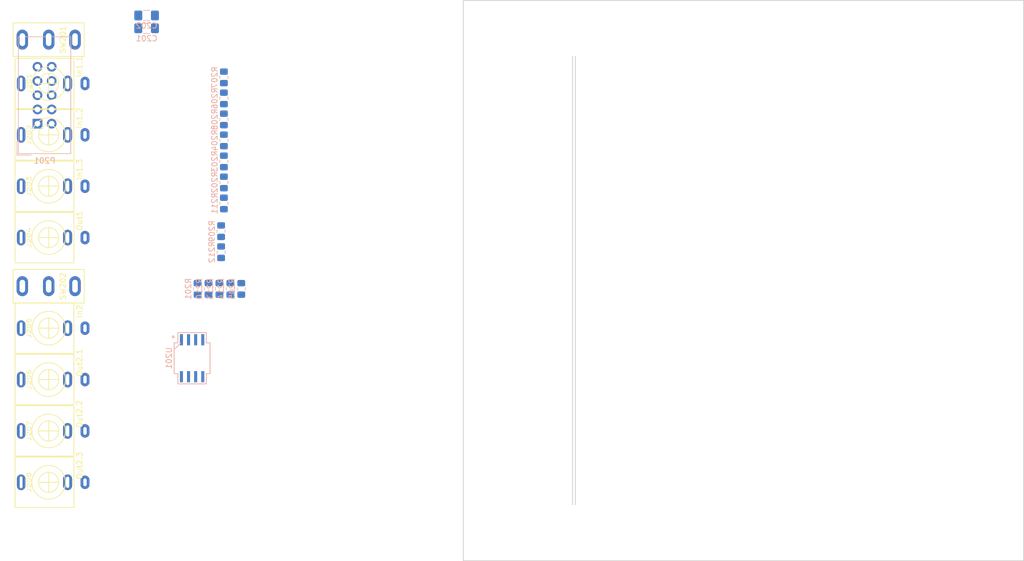
<source format=kicad_pcb>
(kicad_pcb (version 20171130) (host pcbnew "(5.0.2)-1")

  (general
    (thickness 1.6)
    (drawings 6)
    (tracks 0)
    (zones 0)
    (modules 28)
    (nets 22)
  )

  (page A4)
  (layers
    (0 F.Cu signal)
    (31 B.Cu signal)
    (32 B.Adhes user)
    (33 F.Adhes user)
    (34 B.Paste user)
    (35 F.Paste user)
    (36 B.SilkS user)
    (37 F.SilkS user)
    (38 B.Mask user)
    (39 F.Mask user)
    (40 Dwgs.User user)
    (41 Cmts.User user)
    (42 Eco1.User user)
    (43 Eco2.User user)
    (44 Edge.Cuts user)
    (45 Margin user)
    (46 B.CrtYd user)
    (47 F.CrtYd user)
    (48 B.Fab user)
    (49 F.Fab user)
  )

  (setup
    (last_trace_width 0.25)
    (trace_clearance 0.2)
    (zone_clearance 0.508)
    (zone_45_only no)
    (trace_min 0.2)
    (segment_width 0.2)
    (edge_width 0.15)
    (via_size 0.8)
    (via_drill 0.4)
    (via_min_size 0.4)
    (via_min_drill 0.3)
    (uvia_size 0.3)
    (uvia_drill 0.1)
    (uvias_allowed no)
    (uvia_min_size 0.2)
    (uvia_min_drill 0.1)
    (pcb_text_width 0.3)
    (pcb_text_size 1.5 1.5)
    (mod_edge_width 0.15)
    (mod_text_size 1 1)
    (mod_text_width 0.15)
    (pad_size 1.524 1.524)
    (pad_drill 0.762)
    (pad_to_mask_clearance 0.051)
    (solder_mask_min_width 0.25)
    (aux_axis_origin 0 0)
    (visible_elements FFFFFF7F)
    (pcbplotparams
      (layerselection 0x010fc_ffffffff)
      (usegerberextensions false)
      (usegerberattributes false)
      (usegerberadvancedattributes false)
      (creategerberjobfile false)
      (excludeedgelayer true)
      (linewidth 0.100000)
      (plotframeref false)
      (viasonmask false)
      (mode 1)
      (useauxorigin false)
      (hpglpennumber 1)
      (hpglpenspeed 20)
      (hpglpendiameter 15.000000)
      (psnegative false)
      (psa4output false)
      (plotreference true)
      (plotvalue true)
      (plotinvisibletext false)
      (padsonsilk false)
      (subtractmaskfromsilk false)
      (outputformat 1)
      (mirror false)
      (drillshape 1)
      (scaleselection 1)
      (outputdirectory ""))
  )

  (net 0 "")
  (net 1 GND)
  (net 2 Out1)
  (net 3 In1)
  (net 4 Out2)
  (net 5 In2)
  (net 6 "Net-(J201-PadT)")
  (net 7 "Net-(J202-PadT)")
  (net 8 "Net-(J203-PadT)")
  (net 9 "Net-(J204-PadT)")
  (net 10 "Net-(J205-PadT)")
  (net 11 "Net-(J206-PadT)")
  (net 12 "Net-(J207-PadT)")
  (net 13 "Net-(J208-PadT)")
  (net 14 "Net-(R201-Pad1)")
  (net 15 "Net-(R206-Pad2)")
  (net 16 "Net-(R208-Pad1)")
  (net 17 "Net-(R212-Pad2)")
  (net 18 "Net-(P201-Pad4)")
  (net 19 "Net-(C202-Pad2)")
  (net 20 "Net-(C201-Pad2)")
  (net 21 "Net-(C201-Pad1)")

  (net_class Default "This is the default net class."
    (clearance 0.2)
    (trace_width 0.25)
    (via_dia 0.8)
    (via_drill 0.4)
    (uvia_dia 0.3)
    (uvia_drill 0.1)
    (add_net GND)
    (add_net In1)
    (add_net In2)
    (add_net "Net-(C201-Pad1)")
    (add_net "Net-(C201-Pad2)")
    (add_net "Net-(C202-Pad2)")
    (add_net "Net-(J201-PadT)")
    (add_net "Net-(J202-PadT)")
    (add_net "Net-(J203-PadT)")
    (add_net "Net-(J204-PadT)")
    (add_net "Net-(J205-PadT)")
    (add_net "Net-(J206-PadT)")
    (add_net "Net-(J207-PadT)")
    (add_net "Net-(J208-PadT)")
    (add_net "Net-(P201-Pad4)")
    (add_net "Net-(R201-Pad1)")
    (add_net "Net-(R206-Pad2)")
    (add_net "Net-(R208-Pad1)")
    (add_net "Net-(R212-Pad2)")
    (add_net Out1)
    (add_net Out2)
  )

  (module AJ-Dropbox-Kicad:PJ301SM (layer F.Cu) (tedit 5C72DE25) (tstamp 5C89CF46)
    (at 26 64.824999 90)
    (path /5C8C5FC0/5C8C64CB)
    (fp_text reference J201 (at 0 -3.5 90) (layer F.SilkS)
      (effects (font (size 0.75 1) (thickness 0.125)))
    )
    (fp_text value In1.1 (at 3 5.5 90) (layer F.SilkS)
      (effects (font (size 1 1) (thickness 0.15)))
    )
    (fp_line (start 1.8 0) (end -1.8 0) (layer F.SilkS) (width 0.15))
    (fp_line (start 0 -1.8) (end 0 1.8) (layer F.SilkS) (width 0.15))
    (fp_line (start -4.5 4.5) (end 4.5 4.5) (layer F.SilkS) (width 0.15))
    (fp_line (start 4.5 4.5) (end 4.5 -6) (layer F.SilkS) (width 0.15))
    (fp_line (start 4.5 -6) (end -4.5 -6) (layer F.SilkS) (width 0.15))
    (fp_line (start -4.5 -6) (end -4.5 4.5) (layer F.SilkS) (width 0.15))
    (fp_circle (center 0 0) (end 3 0.2) (layer F.SilkS) (width 0.15))
    (fp_circle (center 0 0) (end 1.8 0) (layer F.SilkS) (width 0.15))
    (pad TN thru_hole oval (at 0 3.38 90) (size 2.8 1.6) (drill oval 2 0.6) (layers *.Cu *.Mask)
      (net 1 GND))
    (pad S thru_hole oval (at 0 6.48 90) (size 2.4 1.6) (drill oval 1.4 0.6) (layers *.Cu *.Mask)
      (net 1 GND))
    (pad T thru_hole oval (at 0 -4.92 90) (size 2.8 1.5) (drill oval 2.1 0.5) (layers *.Cu *.Mask)
      (net 6 "Net-(J201-PadT)"))
    (model ${KIPRJMOD}/Local.pretty/PJ398SM.step
      (offset (xyz 0 0 9))
      (scale (xyz 1 1 1))
      (rotate (xyz -90 0 0))
    )
    (model C:/Users/anders/Documents/KiCad/Lib/aj_packages3d/3D/Connectors/PJ398SM.step
      (offset (xyz 0 0 8))
      (scale (xyz 1 1 1))
      (rotate (xyz -90 0 0))
    )
  )

  (module AJ-Dropbox-Kicad:PJ301SM (layer F.Cu) (tedit 5C72DE25) (tstamp 5C89CF55)
    (at 26 73.992856 90)
    (path /5C8C5FC0/5C8C64D2)
    (fp_text reference J202 (at 0 -3.5 90) (layer F.SilkS)
      (effects (font (size 0.75 1) (thickness 0.125)))
    )
    (fp_text value In1.2 (at 3 5.5 90) (layer F.SilkS)
      (effects (font (size 1 1) (thickness 0.15)))
    )
    (fp_line (start 1.8 0) (end -1.8 0) (layer F.SilkS) (width 0.15))
    (fp_line (start 0 -1.8) (end 0 1.8) (layer F.SilkS) (width 0.15))
    (fp_line (start -4.5 4.5) (end 4.5 4.5) (layer F.SilkS) (width 0.15))
    (fp_line (start 4.5 4.5) (end 4.5 -6) (layer F.SilkS) (width 0.15))
    (fp_line (start 4.5 -6) (end -4.5 -6) (layer F.SilkS) (width 0.15))
    (fp_line (start -4.5 -6) (end -4.5 4.5) (layer F.SilkS) (width 0.15))
    (fp_circle (center 0 0) (end 3 0.2) (layer F.SilkS) (width 0.15))
    (fp_circle (center 0 0) (end 1.8 0) (layer F.SilkS) (width 0.15))
    (pad TN thru_hole oval (at 0 3.38 90) (size 2.8 1.6) (drill oval 2 0.6) (layers *.Cu *.Mask)
      (net 1 GND))
    (pad S thru_hole oval (at 0 6.48 90) (size 2.4 1.6) (drill oval 1.4 0.6) (layers *.Cu *.Mask)
      (net 1 GND))
    (pad T thru_hole oval (at 0 -4.92 90) (size 2.8 1.5) (drill oval 2.1 0.5) (layers *.Cu *.Mask)
      (net 7 "Net-(J202-PadT)"))
    (model ${KIPRJMOD}/Local.pretty/PJ398SM.step
      (offset (xyz 0 0 9))
      (scale (xyz 1 1 1))
      (rotate (xyz -90 0 0))
    )
    (model C:/Users/anders/Documents/KiCad/Lib/aj_packages3d/3D/Connectors/PJ398SM.step
      (offset (xyz 0 0 8))
      (scale (xyz 1 1 1))
      (rotate (xyz -90 0 0))
    )
  )

  (module AJ-Dropbox-Kicad:PJ301SM (layer F.Cu) (tedit 5C72DE25) (tstamp 5C89CF64)
    (at 26 83.160713 90)
    (path /5C8C5FC0/5C8C657F)
    (fp_text reference J203 (at 0 -3.5 90) (layer F.SilkS)
      (effects (font (size 0.75 1) (thickness 0.125)))
    )
    (fp_text value In1.3 (at 3 5.5 90) (layer F.SilkS)
      (effects (font (size 1 1) (thickness 0.15)))
    )
    (fp_circle (center 0 0) (end 1.8 0) (layer F.SilkS) (width 0.15))
    (fp_circle (center 0 0) (end 3 0.2) (layer F.SilkS) (width 0.15))
    (fp_line (start -4.5 -6) (end -4.5 4.5) (layer F.SilkS) (width 0.15))
    (fp_line (start 4.5 -6) (end -4.5 -6) (layer F.SilkS) (width 0.15))
    (fp_line (start 4.5 4.5) (end 4.5 -6) (layer F.SilkS) (width 0.15))
    (fp_line (start -4.5 4.5) (end 4.5 4.5) (layer F.SilkS) (width 0.15))
    (fp_line (start 0 -1.8) (end 0 1.8) (layer F.SilkS) (width 0.15))
    (fp_line (start 1.8 0) (end -1.8 0) (layer F.SilkS) (width 0.15))
    (pad T thru_hole oval (at 0 -4.92 90) (size 2.8 1.5) (drill oval 2.1 0.5) (layers *.Cu *.Mask)
      (net 8 "Net-(J203-PadT)"))
    (pad S thru_hole oval (at 0 6.48 90) (size 2.4 1.6) (drill oval 1.4 0.6) (layers *.Cu *.Mask)
      (net 1 GND))
    (pad TN thru_hole oval (at 0 3.38 90) (size 2.8 1.6) (drill oval 2 0.6) (layers *.Cu *.Mask)
      (net 1 GND))
    (model ${KIPRJMOD}/Local.pretty/PJ398SM.step
      (offset (xyz 0 0 9))
      (scale (xyz 1 1 1))
      (rotate (xyz -90 0 0))
    )
    (model C:/Users/anders/Documents/KiCad/Lib/aj_packages3d/3D/Connectors/PJ398SM.step
      (offset (xyz 0 0 8))
      (scale (xyz 1 1 1))
      (rotate (xyz -90 0 0))
    )
  )

  (module AJ-Dropbox-Kicad:PJ301SM (layer F.Cu) (tedit 5C72DE25) (tstamp 5C89CF73)
    (at 26 92.32857 90)
    (path /5C8C5FC0/5C8C64E8)
    (fp_text reference J204 (at 0 -3.5 90) (layer F.SilkS)
      (effects (font (size 0.75 1) (thickness 0.125)))
    )
    (fp_text value Out1 (at 3 5.5 90) (layer F.SilkS)
      (effects (font (size 1 1) (thickness 0.15)))
    )
    (fp_circle (center 0 0) (end 1.8 0) (layer F.SilkS) (width 0.15))
    (fp_circle (center 0 0) (end 3 0.2) (layer F.SilkS) (width 0.15))
    (fp_line (start -4.5 -6) (end -4.5 4.5) (layer F.SilkS) (width 0.15))
    (fp_line (start 4.5 -6) (end -4.5 -6) (layer F.SilkS) (width 0.15))
    (fp_line (start 4.5 4.5) (end 4.5 -6) (layer F.SilkS) (width 0.15))
    (fp_line (start -4.5 4.5) (end 4.5 4.5) (layer F.SilkS) (width 0.15))
    (fp_line (start 0 -1.8) (end 0 1.8) (layer F.SilkS) (width 0.15))
    (fp_line (start 1.8 0) (end -1.8 0) (layer F.SilkS) (width 0.15))
    (pad T thru_hole oval (at 0 -4.92 90) (size 2.8 1.5) (drill oval 2.1 0.5) (layers *.Cu *.Mask)
      (net 9 "Net-(J204-PadT)"))
    (pad S thru_hole oval (at 0 6.48 90) (size 2.4 1.6) (drill oval 1.4 0.6) (layers *.Cu *.Mask)
      (net 1 GND))
    (pad TN thru_hole oval (at 0 3.38 90) (size 2.8 1.6) (drill oval 2 0.6) (layers *.Cu *.Mask))
    (model ${KIPRJMOD}/Local.pretty/PJ398SM.step
      (offset (xyz 0 0 9))
      (scale (xyz 1 1 1))
      (rotate (xyz -90 0 0))
    )
    (model C:/Users/anders/Documents/KiCad/Lib/aj_packages3d/3D/Connectors/PJ398SM.step
      (offset (xyz 0 0 8))
      (scale (xyz 1 1 1))
      (rotate (xyz -90 0 0))
    )
  )

  (module AJ-Dropbox-Kicad:PJ301SM (layer F.Cu) (tedit 5C72DE25) (tstamp 5C89CF82)
    (at 26 108.496427 90)
    (path /5C8C5FC0/5C8C6502)
    (fp_text reference J205 (at 0 -3.5 90) (layer F.SilkS)
      (effects (font (size 0.75 1) (thickness 0.125)))
    )
    (fp_text value In2 (at 3 5.5 90) (layer F.SilkS)
      (effects (font (size 1 1) (thickness 0.15)))
    )
    (fp_line (start 1.8 0) (end -1.8 0) (layer F.SilkS) (width 0.15))
    (fp_line (start 0 -1.8) (end 0 1.8) (layer F.SilkS) (width 0.15))
    (fp_line (start -4.5 4.5) (end 4.5 4.5) (layer F.SilkS) (width 0.15))
    (fp_line (start 4.5 4.5) (end 4.5 -6) (layer F.SilkS) (width 0.15))
    (fp_line (start 4.5 -6) (end -4.5 -6) (layer F.SilkS) (width 0.15))
    (fp_line (start -4.5 -6) (end -4.5 4.5) (layer F.SilkS) (width 0.15))
    (fp_circle (center 0 0) (end 3 0.2) (layer F.SilkS) (width 0.15))
    (fp_circle (center 0 0) (end 1.8 0) (layer F.SilkS) (width 0.15))
    (pad TN thru_hole oval (at 0 3.38 90) (size 2.8 1.6) (drill oval 2 0.6) (layers *.Cu *.Mask)
      (net 9 "Net-(J204-PadT)"))
    (pad S thru_hole oval (at 0 6.48 90) (size 2.4 1.6) (drill oval 1.4 0.6) (layers *.Cu *.Mask)
      (net 1 GND))
    (pad T thru_hole oval (at 0 -4.92 90) (size 2.8 1.5) (drill oval 2.1 0.5) (layers *.Cu *.Mask)
      (net 10 "Net-(J205-PadT)"))
    (model ${KIPRJMOD}/Local.pretty/PJ398SM.step
      (offset (xyz 0 0 9))
      (scale (xyz 1 1 1))
      (rotate (xyz -90 0 0))
    )
    (model C:/Users/anders/Documents/KiCad/Lib/aj_packages3d/3D/Connectors/PJ398SM.step
      (offset (xyz 0 0 8))
      (scale (xyz 1 1 1))
      (rotate (xyz -90 0 0))
    )
  )

  (module AJ-Dropbox-Kicad:PJ301SM (layer F.Cu) (tedit 5C72DE25) (tstamp 5C89CF91)
    (at 26 117.664284 90)
    (path /5C8C5FC0/5C8C6509)
    (fp_text reference J206 (at 0 -3.5 90) (layer F.SilkS)
      (effects (font (size 0.75 1) (thickness 0.125)))
    )
    (fp_text value Out2.1 (at 3 5.5 90) (layer F.SilkS)
      (effects (font (size 1 1) (thickness 0.15)))
    )
    (fp_circle (center 0 0) (end 1.8 0) (layer F.SilkS) (width 0.15))
    (fp_circle (center 0 0) (end 3 0.2) (layer F.SilkS) (width 0.15))
    (fp_line (start -4.5 -6) (end -4.5 4.5) (layer F.SilkS) (width 0.15))
    (fp_line (start 4.5 -6) (end -4.5 -6) (layer F.SilkS) (width 0.15))
    (fp_line (start 4.5 4.5) (end 4.5 -6) (layer F.SilkS) (width 0.15))
    (fp_line (start -4.5 4.5) (end 4.5 4.5) (layer F.SilkS) (width 0.15))
    (fp_line (start 0 -1.8) (end 0 1.8) (layer F.SilkS) (width 0.15))
    (fp_line (start 1.8 0) (end -1.8 0) (layer F.SilkS) (width 0.15))
    (pad T thru_hole oval (at 0 -4.92 90) (size 2.8 1.5) (drill oval 2.1 0.5) (layers *.Cu *.Mask)
      (net 11 "Net-(J206-PadT)"))
    (pad S thru_hole oval (at 0 6.48 90) (size 2.4 1.6) (drill oval 1.4 0.6) (layers *.Cu *.Mask)
      (net 1 GND))
    (pad TN thru_hole oval (at 0 3.38 90) (size 2.8 1.6) (drill oval 2 0.6) (layers *.Cu *.Mask))
    (model ${KIPRJMOD}/Local.pretty/PJ398SM.step
      (offset (xyz 0 0 9))
      (scale (xyz 1 1 1))
      (rotate (xyz -90 0 0))
    )
    (model C:/Users/anders/Documents/KiCad/Lib/aj_packages3d/3D/Connectors/PJ398SM.step
      (offset (xyz 0 0 8))
      (scale (xyz 1 1 1))
      (rotate (xyz -90 0 0))
    )
  )

  (module AJ-Dropbox-Kicad:PJ301SM (layer F.Cu) (tedit 5C72DE25) (tstamp 5C89CFA0)
    (at 26 126.832141 90)
    (path /5C8C5FC0/5C8C65CB)
    (fp_text reference J207 (at 0 -3.5 90) (layer F.SilkS)
      (effects (font (size 0.75 1) (thickness 0.125)))
    )
    (fp_text value Out2.2 (at 3 5.5 90) (layer F.SilkS)
      (effects (font (size 1 1) (thickness 0.15)))
    )
    (fp_circle (center 0 0) (end 1.8 0) (layer F.SilkS) (width 0.15))
    (fp_circle (center 0 0) (end 3 0.2) (layer F.SilkS) (width 0.15))
    (fp_line (start -4.5 -6) (end -4.5 4.5) (layer F.SilkS) (width 0.15))
    (fp_line (start 4.5 -6) (end -4.5 -6) (layer F.SilkS) (width 0.15))
    (fp_line (start 4.5 4.5) (end 4.5 -6) (layer F.SilkS) (width 0.15))
    (fp_line (start -4.5 4.5) (end 4.5 4.5) (layer F.SilkS) (width 0.15))
    (fp_line (start 0 -1.8) (end 0 1.8) (layer F.SilkS) (width 0.15))
    (fp_line (start 1.8 0) (end -1.8 0) (layer F.SilkS) (width 0.15))
    (pad T thru_hole oval (at 0 -4.92 90) (size 2.8 1.5) (drill oval 2.1 0.5) (layers *.Cu *.Mask)
      (net 12 "Net-(J207-PadT)"))
    (pad S thru_hole oval (at 0 6.48 90) (size 2.4 1.6) (drill oval 1.4 0.6) (layers *.Cu *.Mask)
      (net 1 GND))
    (pad TN thru_hole oval (at 0 3.38 90) (size 2.8 1.6) (drill oval 2 0.6) (layers *.Cu *.Mask))
    (model ${KIPRJMOD}/Local.pretty/PJ398SM.step
      (offset (xyz 0 0 9))
      (scale (xyz 1 1 1))
      (rotate (xyz -90 0 0))
    )
    (model C:/Users/anders/Documents/KiCad/Lib/aj_packages3d/3D/Connectors/PJ398SM.step
      (offset (xyz 0 0 8))
      (scale (xyz 1 1 1))
      (rotate (xyz -90 0 0))
    )
  )

  (module AJ-Dropbox-Kicad:PJ301SM (layer F.Cu) (tedit 5C72DE25) (tstamp 5C89CFAF)
    (at 26 136 90)
    (path /5C8C5FC0/5C8C6518)
    (fp_text reference J208 (at 0 -3.5 90) (layer F.SilkS)
      (effects (font (size 0.75 1) (thickness 0.125)))
    )
    (fp_text value Out2.3 (at 3 5.5 90) (layer F.SilkS)
      (effects (font (size 1 1) (thickness 0.15)))
    )
    (fp_line (start 1.8 0) (end -1.8 0) (layer F.SilkS) (width 0.15))
    (fp_line (start 0 -1.8) (end 0 1.8) (layer F.SilkS) (width 0.15))
    (fp_line (start -4.5 4.5) (end 4.5 4.5) (layer F.SilkS) (width 0.15))
    (fp_line (start 4.5 4.5) (end 4.5 -6) (layer F.SilkS) (width 0.15))
    (fp_line (start 4.5 -6) (end -4.5 -6) (layer F.SilkS) (width 0.15))
    (fp_line (start -4.5 -6) (end -4.5 4.5) (layer F.SilkS) (width 0.15))
    (fp_circle (center 0 0) (end 3 0.2) (layer F.SilkS) (width 0.15))
    (fp_circle (center 0 0) (end 1.8 0) (layer F.SilkS) (width 0.15))
    (pad TN thru_hole oval (at 0 3.38 90) (size 2.8 1.6) (drill oval 2 0.6) (layers *.Cu *.Mask))
    (pad S thru_hole oval (at 0 6.48 90) (size 2.4 1.6) (drill oval 1.4 0.6) (layers *.Cu *.Mask)
      (net 1 GND))
    (pad T thru_hole oval (at 0 -4.92 90) (size 2.8 1.5) (drill oval 2.1 0.5) (layers *.Cu *.Mask)
      (net 13 "Net-(J208-PadT)"))
    (model ${KIPRJMOD}/Local.pretty/PJ398SM.step
      (offset (xyz 0 0 9))
      (scale (xyz 1 1 1))
      (rotate (xyz -90 0 0))
    )
    (model C:/Users/anders/Documents/KiCad/Lib/aj_packages3d/3D/Connectors/PJ398SM.step
      (offset (xyz 0 0 8))
      (scale (xyz 1 1 1))
      (rotate (xyz -90 0 0))
    )
  )

  (module Resistor_SMD:R_0805_2012Metric_Pad1.15x1.40mm_HandSolder (layer B.Cu) (tedit 5B36C52B) (tstamp 5C89CFC0)
    (at 52.570186 101.483256 270)
    (descr "Resistor SMD 0805 (2012 Metric), square (rectangular) end terminal, IPC_7351 nominal with elongated pad for handsoldering. (Body size source: https://docs.google.com/spreadsheets/d/1BsfQQcO9C6DZCsRaXUlFlo91Tg2WpOkGARC1WS5S8t0/edit?usp=sharing), generated with kicad-footprint-generator")
    (tags "resistor handsolder")
    (path /5C8C5FC0/5C8C659A)
    (attr smd)
    (fp_text reference R201 (at 0 1.65 270) (layer B.SilkS)
      (effects (font (size 1 1) (thickness 0.15)) (justify mirror))
    )
    (fp_text value 47k (at 0 -1.65 270) (layer B.Fab)
      (effects (font (size 1 1) (thickness 0.15)) (justify mirror))
    )
    (fp_line (start -1 -0.6) (end -1 0.6) (layer B.Fab) (width 0.1))
    (fp_line (start -1 0.6) (end 1 0.6) (layer B.Fab) (width 0.1))
    (fp_line (start 1 0.6) (end 1 -0.6) (layer B.Fab) (width 0.1))
    (fp_line (start 1 -0.6) (end -1 -0.6) (layer B.Fab) (width 0.1))
    (fp_line (start -0.261252 0.71) (end 0.261252 0.71) (layer B.SilkS) (width 0.12))
    (fp_line (start -0.261252 -0.71) (end 0.261252 -0.71) (layer B.SilkS) (width 0.12))
    (fp_line (start -1.85 -0.95) (end -1.85 0.95) (layer B.CrtYd) (width 0.05))
    (fp_line (start -1.85 0.95) (end 1.85 0.95) (layer B.CrtYd) (width 0.05))
    (fp_line (start 1.85 0.95) (end 1.85 -0.95) (layer B.CrtYd) (width 0.05))
    (fp_line (start 1.85 -0.95) (end -1.85 -0.95) (layer B.CrtYd) (width 0.05))
    (fp_text user %R (at 0 0 270) (layer B.Fab)
      (effects (font (size 0.5 0.5) (thickness 0.08)) (justify mirror))
    )
    (pad 1 smd roundrect (at -1.025 0 270) (size 1.15 1.4) (layers B.Cu B.Paste B.Mask) (roundrect_rratio 0.217391)
      (net 14 "Net-(R201-Pad1)"))
    (pad 2 smd roundrect (at 1.025 0 270) (size 1.15 1.4) (layers B.Cu B.Paste B.Mask) (roundrect_rratio 0.217391)
      (net 1 GND))
    (model ${KISYS3DMOD}/Resistor_SMD.3dshapes/R_0805_2012Metric.wrl
      (at (xyz 0 0 0))
      (scale (xyz 1 1 1))
      (rotate (xyz 0 0 0))
    )
  )

  (module Resistor_SMD:R_0805_2012Metric_Pad1.15x1.40mm_HandSolder (layer B.Cu) (tedit 5B36C52B) (tstamp 5C89CFD1)
    (at 57.270186 82.483256 270)
    (descr "Resistor SMD 0805 (2012 Metric), square (rectangular) end terminal, IPC_7351 nominal with elongated pad for handsoldering. (Body size source: https://docs.google.com/spreadsheets/d/1BsfQQcO9C6DZCsRaXUlFlo91Tg2WpOkGARC1WS5S8t0/edit?usp=sharing), generated with kicad-footprint-generator")
    (tags "resistor handsolder")
    (path /5C8C5FC0/5C8C6539)
    (attr smd)
    (fp_text reference R202 (at 0 1.65 270) (layer B.SilkS)
      (effects (font (size 1 1) (thickness 0.15)) (justify mirror))
    )
    (fp_text value 20k (at 0 -1.65 270) (layer B.Fab)
      (effects (font (size 1 1) (thickness 0.15)) (justify mirror))
    )
    (fp_text user %R (at 0 0 270) (layer B.Fab)
      (effects (font (size 0.5 0.5) (thickness 0.08)) (justify mirror))
    )
    (fp_line (start 1.85 -0.95) (end -1.85 -0.95) (layer B.CrtYd) (width 0.05))
    (fp_line (start 1.85 0.95) (end 1.85 -0.95) (layer B.CrtYd) (width 0.05))
    (fp_line (start -1.85 0.95) (end 1.85 0.95) (layer B.CrtYd) (width 0.05))
    (fp_line (start -1.85 -0.95) (end -1.85 0.95) (layer B.CrtYd) (width 0.05))
    (fp_line (start -0.261252 -0.71) (end 0.261252 -0.71) (layer B.SilkS) (width 0.12))
    (fp_line (start -0.261252 0.71) (end 0.261252 0.71) (layer B.SilkS) (width 0.12))
    (fp_line (start 1 -0.6) (end -1 -0.6) (layer B.Fab) (width 0.1))
    (fp_line (start 1 0.6) (end 1 -0.6) (layer B.Fab) (width 0.1))
    (fp_line (start -1 0.6) (end 1 0.6) (layer B.Fab) (width 0.1))
    (fp_line (start -1 -0.6) (end -1 0.6) (layer B.Fab) (width 0.1))
    (pad 2 smd roundrect (at 1.025 0 270) (size 1.15 1.4) (layers B.Cu B.Paste B.Mask) (roundrect_rratio 0.217391)
      (net 14 "Net-(R201-Pad1)"))
    (pad 1 smd roundrect (at -1.025 0 270) (size 1.15 1.4) (layers B.Cu B.Paste B.Mask) (roundrect_rratio 0.217391)
      (net 2 Out1))
    (model ${KISYS3DMOD}/Resistor_SMD.3dshapes/R_0805_2012Metric.wrl
      (at (xyz 0 0 0))
      (scale (xyz 1 1 1))
      (rotate (xyz 0 0 0))
    )
  )

  (module Resistor_SMD:R_0805_2012Metric_Pad1.15x1.40mm_HandSolder (layer B.Cu) (tedit 5B36C52B) (tstamp 5C89CFE2)
    (at 57.270186 78.733256 270)
    (descr "Resistor SMD 0805 (2012 Metric), square (rectangular) end terminal, IPC_7351 nominal with elongated pad for handsoldering. (Body size source: https://docs.google.com/spreadsheets/d/1BsfQQcO9C6DZCsRaXUlFlo91Tg2WpOkGARC1WS5S8t0/edit?usp=sharing), generated with kicad-footprint-generator")
    (tags "resistor handsolder")
    (path /5C8C5FC0/5C8C64BD)
    (attr smd)
    (fp_text reference R203 (at 0 1.65 270) (layer B.SilkS)
      (effects (font (size 1 1) (thickness 0.15)) (justify mirror))
    )
    (fp_text value 47k (at 0 -1.65 270) (layer B.Fab)
      (effects (font (size 1 1) (thickness 0.15)) (justify mirror))
    )
    (fp_text user %R (at 0 0 270) (layer B.Fab)
      (effects (font (size 0.5 0.5) (thickness 0.08)) (justify mirror))
    )
    (fp_line (start 1.85 -0.95) (end -1.85 -0.95) (layer B.CrtYd) (width 0.05))
    (fp_line (start 1.85 0.95) (end 1.85 -0.95) (layer B.CrtYd) (width 0.05))
    (fp_line (start -1.85 0.95) (end 1.85 0.95) (layer B.CrtYd) (width 0.05))
    (fp_line (start -1.85 -0.95) (end -1.85 0.95) (layer B.CrtYd) (width 0.05))
    (fp_line (start -0.261252 -0.71) (end 0.261252 -0.71) (layer B.SilkS) (width 0.12))
    (fp_line (start -0.261252 0.71) (end 0.261252 0.71) (layer B.SilkS) (width 0.12))
    (fp_line (start 1 -0.6) (end -1 -0.6) (layer B.Fab) (width 0.1))
    (fp_line (start 1 0.6) (end 1 -0.6) (layer B.Fab) (width 0.1))
    (fp_line (start -1 0.6) (end 1 0.6) (layer B.Fab) (width 0.1))
    (fp_line (start -1 -0.6) (end -1 0.6) (layer B.Fab) (width 0.1))
    (pad 2 smd roundrect (at 1.025 0 270) (size 1.15 1.4) (layers B.Cu B.Paste B.Mask) (roundrect_rratio 0.217391)
      (net 6 "Net-(J201-PadT)"))
    (pad 1 smd roundrect (at -1.025 0 270) (size 1.15 1.4) (layers B.Cu B.Paste B.Mask) (roundrect_rratio 0.217391)
      (net 3 In1))
    (model ${KISYS3DMOD}/Resistor_SMD.3dshapes/R_0805_2012Metric.wrl
      (at (xyz 0 0 0))
      (scale (xyz 1 1 1))
      (rotate (xyz 0 0 0))
    )
  )

  (module Resistor_SMD:R_0805_2012Metric_Pad1.15x1.40mm_HandSolder (layer B.Cu) (tedit 5B36C52B) (tstamp 5C89CFF3)
    (at 57.270186 74.983256 270)
    (descr "Resistor SMD 0805 (2012 Metric), square (rectangular) end terminal, IPC_7351 nominal with elongated pad for handsoldering. (Body size source: https://docs.google.com/spreadsheets/d/1BsfQQcO9C6DZCsRaXUlFlo91Tg2WpOkGARC1WS5S8t0/edit?usp=sharing), generated with kicad-footprint-generator")
    (tags "resistor handsolder")
    (path /5C8C5FC0/5C8C64C4)
    (attr smd)
    (fp_text reference R204 (at 0 1.65 270) (layer B.SilkS)
      (effects (font (size 1 1) (thickness 0.15)) (justify mirror))
    )
    (fp_text value 47k (at 0 -1.65 270) (layer B.Fab)
      (effects (font (size 1 1) (thickness 0.15)) (justify mirror))
    )
    (fp_line (start -1 -0.6) (end -1 0.6) (layer B.Fab) (width 0.1))
    (fp_line (start -1 0.6) (end 1 0.6) (layer B.Fab) (width 0.1))
    (fp_line (start 1 0.6) (end 1 -0.6) (layer B.Fab) (width 0.1))
    (fp_line (start 1 -0.6) (end -1 -0.6) (layer B.Fab) (width 0.1))
    (fp_line (start -0.261252 0.71) (end 0.261252 0.71) (layer B.SilkS) (width 0.12))
    (fp_line (start -0.261252 -0.71) (end 0.261252 -0.71) (layer B.SilkS) (width 0.12))
    (fp_line (start -1.85 -0.95) (end -1.85 0.95) (layer B.CrtYd) (width 0.05))
    (fp_line (start -1.85 0.95) (end 1.85 0.95) (layer B.CrtYd) (width 0.05))
    (fp_line (start 1.85 0.95) (end 1.85 -0.95) (layer B.CrtYd) (width 0.05))
    (fp_line (start 1.85 -0.95) (end -1.85 -0.95) (layer B.CrtYd) (width 0.05))
    (fp_text user %R (at 0 0 270) (layer B.Fab)
      (effects (font (size 0.5 0.5) (thickness 0.08)) (justify mirror))
    )
    (pad 1 smd roundrect (at -1.025 0 270) (size 1.15 1.4) (layers B.Cu B.Paste B.Mask) (roundrect_rratio 0.217391)
      (net 3 In1))
    (pad 2 smd roundrect (at 1.025 0 270) (size 1.15 1.4) (layers B.Cu B.Paste B.Mask) (roundrect_rratio 0.217391)
      (net 7 "Net-(J202-PadT)"))
    (model ${KISYS3DMOD}/Resistor_SMD.3dshapes/R_0805_2012Metric.wrl
      (at (xyz 0 0 0))
      (scale (xyz 1 1 1))
      (rotate (xyz 0 0 0))
    )
  )

  (module Resistor_SMD:R_0805_2012Metric_Pad1.15x1.40mm_HandSolder (layer B.Cu) (tedit 5B36C52B) (tstamp 5C89D004)
    (at 60.370186 101.483256 270)
    (descr "Resistor SMD 0805 (2012 Metric), square (rectangular) end terminal, IPC_7351 nominal with elongated pad for handsoldering. (Body size source: https://docs.google.com/spreadsheets/d/1BsfQQcO9C6DZCsRaXUlFlo91Tg2WpOkGARC1WS5S8t0/edit?usp=sharing), generated with kicad-footprint-generator")
    (tags "resistor handsolder")
    (path /5C8C5FC0/5C8C6593)
    (attr smd)
    (fp_text reference R205 (at 0 1.65 270) (layer B.SilkS)
      (effects (font (size 1 1) (thickness 0.15)) (justify mirror))
    )
    (fp_text value 47k (at 0 -1.65 270) (layer B.Fab)
      (effects (font (size 1 1) (thickness 0.15)) (justify mirror))
    )
    (fp_text user %R (at 0 0 270) (layer B.Fab)
      (effects (font (size 0.5 0.5) (thickness 0.08)) (justify mirror))
    )
    (fp_line (start 1.85 -0.95) (end -1.85 -0.95) (layer B.CrtYd) (width 0.05))
    (fp_line (start 1.85 0.95) (end 1.85 -0.95) (layer B.CrtYd) (width 0.05))
    (fp_line (start -1.85 0.95) (end 1.85 0.95) (layer B.CrtYd) (width 0.05))
    (fp_line (start -1.85 -0.95) (end -1.85 0.95) (layer B.CrtYd) (width 0.05))
    (fp_line (start -0.261252 -0.71) (end 0.261252 -0.71) (layer B.SilkS) (width 0.12))
    (fp_line (start -0.261252 0.71) (end 0.261252 0.71) (layer B.SilkS) (width 0.12))
    (fp_line (start 1 -0.6) (end -1 -0.6) (layer B.Fab) (width 0.1))
    (fp_line (start 1 0.6) (end 1 -0.6) (layer B.Fab) (width 0.1))
    (fp_line (start -1 0.6) (end 1 0.6) (layer B.Fab) (width 0.1))
    (fp_line (start -1 -0.6) (end -1 0.6) (layer B.Fab) (width 0.1))
    (pad 2 smd roundrect (at 1.025 0 270) (size 1.15 1.4) (layers B.Cu B.Paste B.Mask) (roundrect_rratio 0.217391)
      (net 8 "Net-(J203-PadT)"))
    (pad 1 smd roundrect (at -1.025 0 270) (size 1.15 1.4) (layers B.Cu B.Paste B.Mask) (roundrect_rratio 0.217391)
      (net 3 In1))
    (model ${KISYS3DMOD}/Resistor_SMD.3dshapes/R_0805_2012Metric.wrl
      (at (xyz 0 0 0))
      (scale (xyz 1 1 1))
      (rotate (xyz 0 0 0))
    )
  )

  (module Resistor_SMD:R_0805_2012Metric_Pad1.15x1.40mm_HandSolder (layer B.Cu) (tedit 5B36C52B) (tstamp 5C89D015)
    (at 57.270186 67.483256 270)
    (descr "Resistor SMD 0805 (2012 Metric), square (rectangular) end terminal, IPC_7351 nominal with elongated pad for handsoldering. (Body size source: https://docs.google.com/spreadsheets/d/1BsfQQcO9C6DZCsRaXUlFlo91Tg2WpOkGARC1WS5S8t0/edit?usp=sharing), generated with kicad-footprint-generator")
    (tags "resistor handsolder")
    (path /5C8C5FC0/5C8C65B6)
    (attr smd)
    (fp_text reference R206 (at 0 1.65 270) (layer B.SilkS)
      (effects (font (size 1 1) (thickness 0.15)) (justify mirror))
    )
    (fp_text value 47k (at 0 -1.65 270) (layer B.Fab)
      (effects (font (size 1 1) (thickness 0.15)) (justify mirror))
    )
    (fp_text user %R (at 0 0 270) (layer B.Fab)
      (effects (font (size 0.5 0.5) (thickness 0.08)) (justify mirror))
    )
    (fp_line (start 1.85 -0.95) (end -1.85 -0.95) (layer B.CrtYd) (width 0.05))
    (fp_line (start 1.85 0.95) (end 1.85 -0.95) (layer B.CrtYd) (width 0.05))
    (fp_line (start -1.85 0.95) (end 1.85 0.95) (layer B.CrtYd) (width 0.05))
    (fp_line (start -1.85 -0.95) (end -1.85 0.95) (layer B.CrtYd) (width 0.05))
    (fp_line (start -0.261252 -0.71) (end 0.261252 -0.71) (layer B.SilkS) (width 0.12))
    (fp_line (start -0.261252 0.71) (end 0.261252 0.71) (layer B.SilkS) (width 0.12))
    (fp_line (start 1 -0.6) (end -1 -0.6) (layer B.Fab) (width 0.1))
    (fp_line (start 1 0.6) (end 1 -0.6) (layer B.Fab) (width 0.1))
    (fp_line (start -1 0.6) (end 1 0.6) (layer B.Fab) (width 0.1))
    (fp_line (start -1 -0.6) (end -1 0.6) (layer B.Fab) (width 0.1))
    (pad 2 smd roundrect (at 1.025 0 270) (size 1.15 1.4) (layers B.Cu B.Paste B.Mask) (roundrect_rratio 0.217391)
      (net 15 "Net-(R206-Pad2)"))
    (pad 1 smd roundrect (at -1.025 0 270) (size 1.15 1.4) (layers B.Cu B.Paste B.Mask) (roundrect_rratio 0.217391)
      (net 1 GND))
    (model ${KISYS3DMOD}/Resistor_SMD.3dshapes/R_0805_2012Metric.wrl
      (at (xyz 0 0 0))
      (scale (xyz 1 1 1))
      (rotate (xyz 0 0 0))
    )
  )

  (module Resistor_SMD:R_0805_2012Metric_Pad1.15x1.40mm_HandSolder (layer B.Cu) (tedit 5B36C52B) (tstamp 5C89D026)
    (at 57.270186 63.733256 270)
    (descr "Resistor SMD 0805 (2012 Metric), square (rectangular) end terminal, IPC_7351 nominal with elongated pad for handsoldering. (Body size source: https://docs.google.com/spreadsheets/d/1BsfQQcO9C6DZCsRaXUlFlo91Tg2WpOkGARC1WS5S8t0/edit?usp=sharing), generated with kicad-footprint-generator")
    (tags "resistor handsolder")
    (path /5C8C5FC0/5C8C64E1)
    (attr smd)
    (fp_text reference R207 (at 0 1.65 270) (layer B.SilkS)
      (effects (font (size 1 1) (thickness 0.15)) (justify mirror))
    )
    (fp_text value 4k7 (at 0 -1.65 270) (layer B.Fab)
      (effects (font (size 1 1) (thickness 0.15)) (justify mirror))
    )
    (fp_text user %R (at 0 0 270) (layer B.Fab)
      (effects (font (size 0.5 0.5) (thickness 0.08)) (justify mirror))
    )
    (fp_line (start 1.85 -0.95) (end -1.85 -0.95) (layer B.CrtYd) (width 0.05))
    (fp_line (start 1.85 0.95) (end 1.85 -0.95) (layer B.CrtYd) (width 0.05))
    (fp_line (start -1.85 0.95) (end 1.85 0.95) (layer B.CrtYd) (width 0.05))
    (fp_line (start -1.85 -0.95) (end -1.85 0.95) (layer B.CrtYd) (width 0.05))
    (fp_line (start -0.261252 -0.71) (end 0.261252 -0.71) (layer B.SilkS) (width 0.12))
    (fp_line (start -0.261252 0.71) (end 0.261252 0.71) (layer B.SilkS) (width 0.12))
    (fp_line (start 1 -0.6) (end -1 -0.6) (layer B.Fab) (width 0.1))
    (fp_line (start 1 0.6) (end 1 -0.6) (layer B.Fab) (width 0.1))
    (fp_line (start -1 0.6) (end 1 0.6) (layer B.Fab) (width 0.1))
    (fp_line (start -1 -0.6) (end -1 0.6) (layer B.Fab) (width 0.1))
    (pad 2 smd roundrect (at 1.025 0 270) (size 1.15 1.4) (layers B.Cu B.Paste B.Mask) (roundrect_rratio 0.217391)
      (net 9 "Net-(J204-PadT)"))
    (pad 1 smd roundrect (at -1.025 0 270) (size 1.15 1.4) (layers B.Cu B.Paste B.Mask) (roundrect_rratio 0.217391)
      (net 2 Out1))
    (model ${KISYS3DMOD}/Resistor_SMD.3dshapes/R_0805_2012Metric.wrl
      (at (xyz 0 0 0))
      (scale (xyz 1 1 1))
      (rotate (xyz 0 0 0))
    )
  )

  (module Resistor_SMD:R_0805_2012Metric_Pad1.15x1.40mm_HandSolder (layer B.Cu) (tedit 5B36C52B) (tstamp 5C89D037)
    (at 57.270186 71.233256 270)
    (descr "Resistor SMD 0805 (2012 Metric), square (rectangular) end terminal, IPC_7351 nominal with elongated pad for handsoldering. (Body size source: https://docs.google.com/spreadsheets/d/1BsfQQcO9C6DZCsRaXUlFlo91Tg2WpOkGARC1WS5S8t0/edit?usp=sharing), generated with kicad-footprint-generator")
    (tags "resistor handsolder")
    (path /5C8C5FC0/5C8C65A1)
    (attr smd)
    (fp_text reference R208 (at 0 1.65 270) (layer B.SilkS)
      (effects (font (size 1 1) (thickness 0.15)) (justify mirror))
    )
    (fp_text value 47k (at 0 -1.65 270) (layer B.Fab)
      (effects (font (size 1 1) (thickness 0.15)) (justify mirror))
    )
    (fp_line (start -1 -0.6) (end -1 0.6) (layer B.Fab) (width 0.1))
    (fp_line (start -1 0.6) (end 1 0.6) (layer B.Fab) (width 0.1))
    (fp_line (start 1 0.6) (end 1 -0.6) (layer B.Fab) (width 0.1))
    (fp_line (start 1 -0.6) (end -1 -0.6) (layer B.Fab) (width 0.1))
    (fp_line (start -0.261252 0.71) (end 0.261252 0.71) (layer B.SilkS) (width 0.12))
    (fp_line (start -0.261252 -0.71) (end 0.261252 -0.71) (layer B.SilkS) (width 0.12))
    (fp_line (start -1.85 -0.95) (end -1.85 0.95) (layer B.CrtYd) (width 0.05))
    (fp_line (start -1.85 0.95) (end 1.85 0.95) (layer B.CrtYd) (width 0.05))
    (fp_line (start 1.85 0.95) (end 1.85 -0.95) (layer B.CrtYd) (width 0.05))
    (fp_line (start 1.85 -0.95) (end -1.85 -0.95) (layer B.CrtYd) (width 0.05))
    (fp_text user %R (at 0 0 270) (layer B.Fab)
      (effects (font (size 0.5 0.5) (thickness 0.08)) (justify mirror))
    )
    (pad 1 smd roundrect (at -1.025 0 270) (size 1.15 1.4) (layers B.Cu B.Paste B.Mask) (roundrect_rratio 0.217391)
      (net 16 "Net-(R208-Pad1)"))
    (pad 2 smd roundrect (at 1.025 0 270) (size 1.15 1.4) (layers B.Cu B.Paste B.Mask) (roundrect_rratio 0.217391)
      (net 1 GND))
    (model ${KISYS3DMOD}/Resistor_SMD.3dshapes/R_0805_2012Metric.wrl
      (at (xyz 0 0 0))
      (scale (xyz 1 1 1))
      (rotate (xyz 0 0 0))
    )
  )

  (module Resistor_SMD:R_0805_2012Metric_Pad1.15x1.40mm_HandSolder (layer B.Cu) (tedit 5B36C52B) (tstamp 5C89D048)
    (at 56.770186 91.183256 270)
    (descr "Resistor SMD 0805 (2012 Metric), square (rectangular) end terminal, IPC_7351 nominal with elongated pad for handsoldering. (Body size source: https://docs.google.com/spreadsheets/d/1BsfQQcO9C6DZCsRaXUlFlo91Tg2WpOkGARC1WS5S8t0/edit?usp=sharing), generated with kicad-footprint-generator")
    (tags "resistor handsolder")
    (path /5C8C5FC0/5C8C64AB)
    (attr smd)
    (fp_text reference R209 (at 0 1.65 270) (layer B.SilkS)
      (effects (font (size 1 1) (thickness 0.15)) (justify mirror))
    )
    (fp_text value 20k (at 0 -1.65 270) (layer B.Fab)
      (effects (font (size 1 1) (thickness 0.15)) (justify mirror))
    )
    (fp_line (start -1 -0.6) (end -1 0.6) (layer B.Fab) (width 0.1))
    (fp_line (start -1 0.6) (end 1 0.6) (layer B.Fab) (width 0.1))
    (fp_line (start 1 0.6) (end 1 -0.6) (layer B.Fab) (width 0.1))
    (fp_line (start 1 -0.6) (end -1 -0.6) (layer B.Fab) (width 0.1))
    (fp_line (start -0.261252 0.71) (end 0.261252 0.71) (layer B.SilkS) (width 0.12))
    (fp_line (start -0.261252 -0.71) (end 0.261252 -0.71) (layer B.SilkS) (width 0.12))
    (fp_line (start -1.85 -0.95) (end -1.85 0.95) (layer B.CrtYd) (width 0.05))
    (fp_line (start -1.85 0.95) (end 1.85 0.95) (layer B.CrtYd) (width 0.05))
    (fp_line (start 1.85 0.95) (end 1.85 -0.95) (layer B.CrtYd) (width 0.05))
    (fp_line (start 1.85 -0.95) (end -1.85 -0.95) (layer B.CrtYd) (width 0.05))
    (fp_text user %R (at 0 0 270) (layer B.Fab)
      (effects (font (size 0.5 0.5) (thickness 0.08)) (justify mirror))
    )
    (pad 1 smd roundrect (at -1.025 0 270) (size 1.15 1.4) (layers B.Cu B.Paste B.Mask) (roundrect_rratio 0.217391)
      (net 4 Out2))
    (pad 2 smd roundrect (at 1.025 0 270) (size 1.15 1.4) (layers B.Cu B.Paste B.Mask) (roundrect_rratio 0.217391)
      (net 16 "Net-(R208-Pad1)"))
    (model ${KISYS3DMOD}/Resistor_SMD.3dshapes/R_0805_2012Metric.wrl
      (at (xyz 0 0 0))
      (scale (xyz 1 1 1))
      (rotate (xyz 0 0 0))
    )
  )

  (module Resistor_SMD:R_0805_2012Metric_Pad1.15x1.40mm_HandSolder (layer B.Cu) (tedit 5B36C52B) (tstamp 5C89D059)
    (at 54.520186 101.483256 270)
    (descr "Resistor SMD 0805 (2012 Metric), square (rectangular) end terminal, IPC_7351 nominal with elongated pad for handsoldering. (Body size source: https://docs.google.com/spreadsheets/d/1BsfQQcO9C6DZCsRaXUlFlo91Tg2WpOkGARC1WS5S8t0/edit?usp=sharing), generated with kicad-footprint-generator")
    (tags "resistor handsolder")
    (path /5C8C5FC0/5C8C65A8)
    (attr smd)
    (fp_text reference R210 (at 0 1.65 270) (layer B.SilkS)
      (effects (font (size 1 1) (thickness 0.15)) (justify mirror))
    )
    (fp_text value 47k (at 0 -1.65 270) (layer B.Fab)
      (effects (font (size 1 1) (thickness 0.15)) (justify mirror))
    )
    (fp_text user %R (at 0 0 270) (layer B.Fab)
      (effects (font (size 0.5 0.5) (thickness 0.08)) (justify mirror))
    )
    (fp_line (start 1.85 -0.95) (end -1.85 -0.95) (layer B.CrtYd) (width 0.05))
    (fp_line (start 1.85 0.95) (end 1.85 -0.95) (layer B.CrtYd) (width 0.05))
    (fp_line (start -1.85 0.95) (end 1.85 0.95) (layer B.CrtYd) (width 0.05))
    (fp_line (start -1.85 -0.95) (end -1.85 0.95) (layer B.CrtYd) (width 0.05))
    (fp_line (start -0.261252 -0.71) (end 0.261252 -0.71) (layer B.SilkS) (width 0.12))
    (fp_line (start -0.261252 0.71) (end 0.261252 0.71) (layer B.SilkS) (width 0.12))
    (fp_line (start 1 -0.6) (end -1 -0.6) (layer B.Fab) (width 0.1))
    (fp_line (start 1 0.6) (end 1 -0.6) (layer B.Fab) (width 0.1))
    (fp_line (start -1 0.6) (end 1 0.6) (layer B.Fab) (width 0.1))
    (fp_line (start -1 -0.6) (end -1 0.6) (layer B.Fab) (width 0.1))
    (pad 2 smd roundrect (at 1.025 0 270) (size 1.15 1.4) (layers B.Cu B.Paste B.Mask) (roundrect_rratio 0.217391)
      (net 10 "Net-(J205-PadT)"))
    (pad 1 smd roundrect (at -1.025 0 270) (size 1.15 1.4) (layers B.Cu B.Paste B.Mask) (roundrect_rratio 0.217391)
      (net 5 In2))
    (model ${KISYS3DMOD}/Resistor_SMD.3dshapes/R_0805_2012Metric.wrl
      (at (xyz 0 0 0))
      (scale (xyz 1 1 1))
      (rotate (xyz 0 0 0))
    )
  )

  (module Resistor_SMD:R_0805_2012Metric_Pad1.15x1.40mm_HandSolder (layer B.Cu) (tedit 5B36C52B) (tstamp 5C89D06A)
    (at 57.270186 86.233256 270)
    (descr "Resistor SMD 0805 (2012 Metric), square (rectangular) end terminal, IPC_7351 nominal with elongated pad for handsoldering. (Body size source: https://docs.google.com/spreadsheets/d/1BsfQQcO9C6DZCsRaXUlFlo91Tg2WpOkGARC1WS5S8t0/edit?usp=sharing), generated with kicad-footprint-generator")
    (tags "resistor handsolder")
    (path /5C8C5FC0/5C8C65BD)
    (attr smd)
    (fp_text reference R211 (at 0 1.65 270) (layer B.SilkS)
      (effects (font (size 1 1) (thickness 0.15)) (justify mirror))
    )
    (fp_text value 4k7 (at 0 -1.65 270) (layer B.Fab)
      (effects (font (size 1 1) (thickness 0.15)) (justify mirror))
    )
    (fp_line (start -1 -0.6) (end -1 0.6) (layer B.Fab) (width 0.1))
    (fp_line (start -1 0.6) (end 1 0.6) (layer B.Fab) (width 0.1))
    (fp_line (start 1 0.6) (end 1 -0.6) (layer B.Fab) (width 0.1))
    (fp_line (start 1 -0.6) (end -1 -0.6) (layer B.Fab) (width 0.1))
    (fp_line (start -0.261252 0.71) (end 0.261252 0.71) (layer B.SilkS) (width 0.12))
    (fp_line (start -0.261252 -0.71) (end 0.261252 -0.71) (layer B.SilkS) (width 0.12))
    (fp_line (start -1.85 -0.95) (end -1.85 0.95) (layer B.CrtYd) (width 0.05))
    (fp_line (start -1.85 0.95) (end 1.85 0.95) (layer B.CrtYd) (width 0.05))
    (fp_line (start 1.85 0.95) (end 1.85 -0.95) (layer B.CrtYd) (width 0.05))
    (fp_line (start 1.85 -0.95) (end -1.85 -0.95) (layer B.CrtYd) (width 0.05))
    (fp_text user %R (at 0 0 270) (layer B.Fab)
      (effects (font (size 0.5 0.5) (thickness 0.08)) (justify mirror))
    )
    (pad 1 smd roundrect (at -1.025 0 270) (size 1.15 1.4) (layers B.Cu B.Paste B.Mask) (roundrect_rratio 0.217391)
      (net 4 Out2))
    (pad 2 smd roundrect (at 1.025 0 270) (size 1.15 1.4) (layers B.Cu B.Paste B.Mask) (roundrect_rratio 0.217391)
      (net 11 "Net-(J206-PadT)"))
    (model ${KISYS3DMOD}/Resistor_SMD.3dshapes/R_0805_2012Metric.wrl
      (at (xyz 0 0 0))
      (scale (xyz 1 1 1))
      (rotate (xyz 0 0 0))
    )
  )

  (module Resistor_SMD:R_0805_2012Metric_Pad1.15x1.40mm_HandSolder (layer B.Cu) (tedit 5B36C52B) (tstamp 5C89D07B)
    (at 56.770186 94.933256 270)
    (descr "Resistor SMD 0805 (2012 Metric), square (rectangular) end terminal, IPC_7351 nominal with elongated pad for handsoldering. (Body size source: https://docs.google.com/spreadsheets/d/1BsfQQcO9C6DZCsRaXUlFlo91Tg2WpOkGARC1WS5S8t0/edit?usp=sharing), generated with kicad-footprint-generator")
    (tags "resistor handsolder")
    (path /5C8C5FC0/5C8C65AF)
    (attr smd)
    (fp_text reference R212 (at 0 1.65 270) (layer B.SilkS)
      (effects (font (size 1 1) (thickness 0.15)) (justify mirror))
    )
    (fp_text value 47k (at 0 -1.65 270) (layer B.Fab)
      (effects (font (size 1 1) (thickness 0.15)) (justify mirror))
    )
    (fp_line (start -1 -0.6) (end -1 0.6) (layer B.Fab) (width 0.1))
    (fp_line (start -1 0.6) (end 1 0.6) (layer B.Fab) (width 0.1))
    (fp_line (start 1 0.6) (end 1 -0.6) (layer B.Fab) (width 0.1))
    (fp_line (start 1 -0.6) (end -1 -0.6) (layer B.Fab) (width 0.1))
    (fp_line (start -0.261252 0.71) (end 0.261252 0.71) (layer B.SilkS) (width 0.12))
    (fp_line (start -0.261252 -0.71) (end 0.261252 -0.71) (layer B.SilkS) (width 0.12))
    (fp_line (start -1.85 -0.95) (end -1.85 0.95) (layer B.CrtYd) (width 0.05))
    (fp_line (start -1.85 0.95) (end 1.85 0.95) (layer B.CrtYd) (width 0.05))
    (fp_line (start 1.85 0.95) (end 1.85 -0.95) (layer B.CrtYd) (width 0.05))
    (fp_line (start 1.85 -0.95) (end -1.85 -0.95) (layer B.CrtYd) (width 0.05))
    (fp_text user %R (at 0 0 270) (layer B.Fab)
      (effects (font (size 0.5 0.5) (thickness 0.08)) (justify mirror))
    )
    (pad 1 smd roundrect (at -1.025 0 270) (size 1.15 1.4) (layers B.Cu B.Paste B.Mask) (roundrect_rratio 0.217391)
      (net 1 GND))
    (pad 2 smd roundrect (at 1.025 0 270) (size 1.15 1.4) (layers B.Cu B.Paste B.Mask) (roundrect_rratio 0.217391)
      (net 17 "Net-(R212-Pad2)"))
    (model ${KISYS3DMOD}/Resistor_SMD.3dshapes/R_0805_2012Metric.wrl
      (at (xyz 0 0 0))
      (scale (xyz 1 1 1))
      (rotate (xyz 0 0 0))
    )
  )

  (module Resistor_SMD:R_0805_2012Metric_Pad1.15x1.40mm_HandSolder (layer B.Cu) (tedit 5B36C52B) (tstamp 5C89D08C)
    (at 56.470186 101.483256 270)
    (descr "Resistor SMD 0805 (2012 Metric), square (rectangular) end terminal, IPC_7351 nominal with elongated pad for handsoldering. (Body size source: https://docs.google.com/spreadsheets/d/1BsfQQcO9C6DZCsRaXUlFlo91Tg2WpOkGARC1WS5S8t0/edit?usp=sharing), generated with kicad-footprint-generator")
    (tags "resistor handsolder")
    (path /5C8C5FC0/5C8C65D9)
    (attr smd)
    (fp_text reference R213 (at 0 1.65 270) (layer B.SilkS)
      (effects (font (size 1 1) (thickness 0.15)) (justify mirror))
    )
    (fp_text value 4k7 (at 0 -1.65 270) (layer B.Fab)
      (effects (font (size 1 1) (thickness 0.15)) (justify mirror))
    )
    (fp_text user %R (at 0 0 270) (layer B.Fab)
      (effects (font (size 0.5 0.5) (thickness 0.08)) (justify mirror))
    )
    (fp_line (start 1.85 -0.95) (end -1.85 -0.95) (layer B.CrtYd) (width 0.05))
    (fp_line (start 1.85 0.95) (end 1.85 -0.95) (layer B.CrtYd) (width 0.05))
    (fp_line (start -1.85 0.95) (end 1.85 0.95) (layer B.CrtYd) (width 0.05))
    (fp_line (start -1.85 -0.95) (end -1.85 0.95) (layer B.CrtYd) (width 0.05))
    (fp_line (start -0.261252 -0.71) (end 0.261252 -0.71) (layer B.SilkS) (width 0.12))
    (fp_line (start -0.261252 0.71) (end 0.261252 0.71) (layer B.SilkS) (width 0.12))
    (fp_line (start 1 -0.6) (end -1 -0.6) (layer B.Fab) (width 0.1))
    (fp_line (start 1 0.6) (end 1 -0.6) (layer B.Fab) (width 0.1))
    (fp_line (start -1 0.6) (end 1 0.6) (layer B.Fab) (width 0.1))
    (fp_line (start -1 -0.6) (end -1 0.6) (layer B.Fab) (width 0.1))
    (pad 2 smd roundrect (at 1.025 0 270) (size 1.15 1.4) (layers B.Cu B.Paste B.Mask) (roundrect_rratio 0.217391)
      (net 12 "Net-(J207-PadT)"))
    (pad 1 smd roundrect (at -1.025 0 270) (size 1.15 1.4) (layers B.Cu B.Paste B.Mask) (roundrect_rratio 0.217391)
      (net 4 Out2))
    (model ${KISYS3DMOD}/Resistor_SMD.3dshapes/R_0805_2012Metric.wrl
      (at (xyz 0 0 0))
      (scale (xyz 1 1 1))
      (rotate (xyz 0 0 0))
    )
  )

  (module Resistor_SMD:R_0805_2012Metric_Pad1.15x1.40mm_HandSolder (layer B.Cu) (tedit 5B36C52B) (tstamp 5C89D09D)
    (at 58.420186 101.483256 270)
    (descr "Resistor SMD 0805 (2012 Metric), square (rectangular) end terminal, IPC_7351 nominal with elongated pad for handsoldering. (Body size source: https://docs.google.com/spreadsheets/d/1BsfQQcO9C6DZCsRaXUlFlo91Tg2WpOkGARC1WS5S8t0/edit?usp=sharing), generated with kicad-footprint-generator")
    (tags "resistor handsolder")
    (path /5C8C5FC0/5C8C65C4)
    (attr smd)
    (fp_text reference R214 (at 0 1.65 270) (layer B.SilkS)
      (effects (font (size 1 1) (thickness 0.15)) (justify mirror))
    )
    (fp_text value 4k7 (at 0 -1.65 270) (layer B.Fab)
      (effects (font (size 1 1) (thickness 0.15)) (justify mirror))
    )
    (fp_line (start -1 -0.6) (end -1 0.6) (layer B.Fab) (width 0.1))
    (fp_line (start -1 0.6) (end 1 0.6) (layer B.Fab) (width 0.1))
    (fp_line (start 1 0.6) (end 1 -0.6) (layer B.Fab) (width 0.1))
    (fp_line (start 1 -0.6) (end -1 -0.6) (layer B.Fab) (width 0.1))
    (fp_line (start -0.261252 0.71) (end 0.261252 0.71) (layer B.SilkS) (width 0.12))
    (fp_line (start -0.261252 -0.71) (end 0.261252 -0.71) (layer B.SilkS) (width 0.12))
    (fp_line (start -1.85 -0.95) (end -1.85 0.95) (layer B.CrtYd) (width 0.05))
    (fp_line (start -1.85 0.95) (end 1.85 0.95) (layer B.CrtYd) (width 0.05))
    (fp_line (start 1.85 0.95) (end 1.85 -0.95) (layer B.CrtYd) (width 0.05))
    (fp_line (start 1.85 -0.95) (end -1.85 -0.95) (layer B.CrtYd) (width 0.05))
    (fp_text user %R (at 0 0 270) (layer B.Fab)
      (effects (font (size 0.5 0.5) (thickness 0.08)) (justify mirror))
    )
    (pad 1 smd roundrect (at -1.025 0 270) (size 1.15 1.4) (layers B.Cu B.Paste B.Mask) (roundrect_rratio 0.217391)
      (net 4 Out2))
    (pad 2 smd roundrect (at 1.025 0 270) (size 1.15 1.4) (layers B.Cu B.Paste B.Mask) (roundrect_rratio 0.217391)
      (net 13 "Net-(J208-PadT)"))
    (model ${KISYS3DMOD}/Resistor_SMD.3dshapes/R_0805_2012Metric.wrl
      (at (xyz 0 0 0))
      (scale (xyz 1 1 1))
      (rotate (xyz 0 0 0))
    )
  )

  (module AJ-Dropbox-Kicad:SP1MS1 (layer F.Cu) (tedit 5C5F5EAF) (tstamp 5C89D0A8)
    (at 26 57 90)
    (path /5C8C5FC0/5C8C6530)
    (fp_text reference SW201 (at 0 2.54 90) (layer F.SilkS)
      (effects (font (size 1 1) (thickness 0.15)))
    )
    (fp_text value Inv/NonInv (at 0 -2.54 90) (layer F.Fab)
      (effects (font (size 1 1) (thickness 0.15)))
    )
    (fp_line (start -3 6.35) (end -3 -6.35) (layer F.SilkS) (width 0.15))
    (fp_line (start 3 6.35) (end -3 6.35) (layer F.SilkS) (width 0.15))
    (fp_line (start 3 -6.35) (end 3 6.35) (layer F.SilkS) (width 0.15))
    (fp_line (start -3 -6.35) (end 3 -6.35) (layer F.SilkS) (width 0.15))
    (pad 1 thru_hole oval (at 0 4.7 90) (size 3.556 2.032) (drill oval 2.3 1) (layers *.Cu *.Mask)
      (net 14 "Net-(R201-Pad1)"))
    (pad 2 thru_hole oval (at 0 0 90) (size 3.556 2.032) (drill oval 2.3 1) (layers *.Cu *.Mask)
      (net 3 In1))
    (pad 3 thru_hole oval (at 0 -4.7 90) (size 3.556 2.032) (drill oval 2.3 1) (layers *.Cu *.Mask)
      (net 15 "Net-(R206-Pad2)"))
    (model ${KIPRJMOD}/Local.pretty/SPDT.step
      (at (xyz 0 0 0))
      (scale (xyz 1 1 1))
      (rotate (xyz 0 0 0))
    )
  )

  (module AJ-Dropbox-Kicad:SP1MS1 (layer F.Cu) (tedit 5C5F5EAF) (tstamp 5C89D0B3)
    (at 26 101 90)
    (path /5C8C5FC0/5C8C6557)
    (fp_text reference SW202 (at 0 2.54 90) (layer F.SilkS)
      (effects (font (size 1 1) (thickness 0.15)))
    )
    (fp_text value Inv/NonInv (at 0 -2.54 90) (layer F.Fab)
      (effects (font (size 1 1) (thickness 0.15)))
    )
    (fp_line (start -3 -6.35) (end 3 -6.35) (layer F.SilkS) (width 0.15))
    (fp_line (start 3 -6.35) (end 3 6.35) (layer F.SilkS) (width 0.15))
    (fp_line (start 3 6.35) (end -3 6.35) (layer F.SilkS) (width 0.15))
    (fp_line (start -3 6.35) (end -3 -6.35) (layer F.SilkS) (width 0.15))
    (pad 3 thru_hole oval (at 0 -4.7 90) (size 3.556 2.032) (drill oval 2.3 1) (layers *.Cu *.Mask)
      (net 17 "Net-(R212-Pad2)"))
    (pad 2 thru_hole oval (at 0 0 90) (size 3.556 2.032) (drill oval 2.3 1) (layers *.Cu *.Mask)
      (net 5 In2))
    (pad 1 thru_hole oval (at 0 4.7 90) (size 3.556 2.032) (drill oval 2.3 1) (layers *.Cu *.Mask)
      (net 16 "Net-(R208-Pad1)"))
    (model ${KIPRJMOD}/Local.pretty/SPDT.step
      (at (xyz 0 0 0))
      (scale (xyz 1 1 1))
      (rotate (xyz 0 0 0))
    )
  )

  (module AJ-Dropbox-Kicad:AJ_SO-8_5.3x6.2mm_P1.27mm (layer B.Cu) (tedit 5C574CCB) (tstamp 5C89D0D6)
    (at 51.595185 113.858255 270)
    (descr "8-Lead Plastic Small Outline, 5.3x6.2mm Body (http://www.ti.com.cn/cn/lit/ds/symlink/tl7705a.pdf)")
    (tags "SOIC 1.27")
    (path /5C8C5FC0/5C8C6496)
    (attr smd)
    (fp_text reference U201 (at 0 4.13 270) (layer B.SilkS)
      (effects (font (size 1 1) (thickness 0.15)) (justify mirror))
    )
    (fp_text value TL082 (at 0 -4.13 270) (layer B.Fab)
      (effects (font (size 1 1) (thickness 0.15)) (justify mirror))
    )
    (fp_text user %R (at 0 0 270) (layer B.Fab)
      (effects (font (size 1 1) (thickness 0.15)) (justify mirror))
    )
    (fp_line (start -1.65 3.1) (end 2.65 3.1) (layer B.Fab) (width 0.15))
    (fp_line (start 2.65 3.1) (end 2.65 -3.1) (layer B.Fab) (width 0.15))
    (fp_line (start 2.65 -3.1) (end -2.65 -3.1) (layer B.Fab) (width 0.15))
    (fp_line (start -2.65 -3.1) (end -2.65 2.1) (layer B.Fab) (width 0.15))
    (fp_line (start -2.65 2.1) (end -1.65 3.1) (layer B.SilkS) (width 0.15))
    (fp_line (start -4.83 3.35) (end -4.83 -3.35) (layer B.CrtYd) (width 0.05))
    (fp_line (start 4.83 3.35) (end 4.83 -3.35) (layer B.CrtYd) (width 0.05))
    (fp_line (start -4.83 3.35) (end 4.83 3.35) (layer B.CrtYd) (width 0.05))
    (fp_line (start -4.83 -3.35) (end 4.83 -3.35) (layer B.CrtYd) (width 0.05))
    (fp_line (start -2.75 3.205) (end -2.75 2.55) (layer B.SilkS) (width 0.15))
    (fp_line (start 2.75 3.205) (end 2.75 2.455) (layer B.SilkS) (width 0.15))
    (fp_line (start 2.75 -3.205) (end 2.75 -2.455) (layer B.SilkS) (width 0.15))
    (fp_line (start -2.75 -3.205) (end -2.75 -2.455) (layer B.SilkS) (width 0.15))
    (fp_line (start -2.75 3.205) (end 2.75 3.205) (layer B.SilkS) (width 0.15))
    (fp_line (start -2.75 -3.205) (end 2.75 -3.205) (layer B.SilkS) (width 0.15))
    (fp_line (start -2.75 2.55) (end -4.5 2.55) (layer B.SilkS) (width 0.15))
    (fp_line (start 2.794 2.54) (end 4.572 2.54) (layer B.SilkS) (width 0.15))
    (fp_line (start 4.572 2.54) (end 4.572 -2.54) (layer B.SilkS) (width 0.15))
    (fp_line (start 4.572 -2.54) (end 2.794 -2.54) (layer B.SilkS) (width 0.15))
    (fp_line (start -2.794 -2.54) (end -4.572 -2.54) (layer B.SilkS) (width 0.15))
    (fp_line (start -4.572 -2.54) (end -4.572 2.54) (layer B.SilkS) (width 0.15))
    (fp_text user * (at -3.81 3.048 270) (layer B.SilkS)
      (effects (font (size 1 1) (thickness 0.15)) (justify mirror))
    )
    (pad 1 smd rect (at -3.3 1.905 270) (size 2 0.55) (layers B.Cu B.Paste B.Mask)
      (net 2 Out1))
    (pad 2 smd rect (at -3.3 0.635 270) (size 2 0.55) (layers B.Cu B.Paste B.Mask)
      (net 14 "Net-(R201-Pad1)"))
    (pad 3 smd rect (at -3.3 -0.635 270) (size 2 0.55) (layers B.Cu B.Paste B.Mask)
      (net 15 "Net-(R206-Pad2)"))
    (pad 4 smd rect (at -3.3 -1.905 270) (size 2 0.55) (layers B.Cu B.Paste B.Mask)
      (net 19 "Net-(C202-Pad2)"))
    (pad 5 smd rect (at 3.3 -1.905 270) (size 2 0.55) (layers B.Cu B.Paste B.Mask)
      (net 17 "Net-(R212-Pad2)"))
    (pad 6 smd rect (at 3.3 -0.635 270) (size 2 0.55) (layers B.Cu B.Paste B.Mask)
      (net 16 "Net-(R208-Pad1)"))
    (pad 7 smd rect (at 3.3 0.635 270) (size 2 0.55) (layers B.Cu B.Paste B.Mask)
      (net 4 Out2))
    (pad 8 smd rect (at 3.3 1.905 270) (size 2 0.55) (layers B.Cu B.Paste B.Mask)
      (net 21 "Net-(C201-Pad1)"))
    (model ${KISYS3DMOD}/Package_SO.3dshapes/SO-8_5.3x6.2mm_P1.27mm.wrl
      (at (xyz 0 0 0))
      (scale (xyz 1 1 1))
      (rotate (xyz 0 0 0))
    )
    (model C:/Users/anders/Documents/KiCad/Lib/aj_packages3d/kicad-packages3D/Package_SO.3dshapes/SO-8_5.3x6.2mm_P1.27mm.step
      (at (xyz 0 0 0))
      (scale (xyz 1 1 1))
      (rotate (xyz 0 0 0))
    )
  )

  (module Connector_IDC:IDC-Header_2x05_P2.54mm_Vertical (layer B.Cu) (tedit 59DE0611) (tstamp 5C89E380)
    (at 24 72)
    (descr "Through hole straight IDC box header, 2x05, 2.54mm pitch, double rows")
    (tags "Through hole IDC box header THT 2x05 2.54mm double row")
    (path /5C8C5FC0/5C8CA174)
    (fp_text reference P201 (at 1.27 6.604) (layer B.SilkS)
      (effects (font (size 1 1) (thickness 0.15)) (justify mirror))
    )
    (fp_text value HEADER_2x5_Doepfer (at 1.27 -16.764) (layer B.Fab)
      (effects (font (size 1 1) (thickness 0.15)) (justify mirror))
    )
    (fp_text user %R (at 1.27 -5.08) (layer B.Fab)
      (effects (font (size 1 1) (thickness 0.15)) (justify mirror))
    )
    (fp_line (start 5.695 5.1) (end 5.695 -15.26) (layer B.Fab) (width 0.1))
    (fp_line (start 5.145 4.56) (end 5.145 -14.7) (layer B.Fab) (width 0.1))
    (fp_line (start -3.155 5.1) (end -3.155 -15.26) (layer B.Fab) (width 0.1))
    (fp_line (start -2.605 4.56) (end -2.605 -2.83) (layer B.Fab) (width 0.1))
    (fp_line (start -2.605 -7.33) (end -2.605 -14.7) (layer B.Fab) (width 0.1))
    (fp_line (start -2.605 -2.83) (end -3.155 -2.83) (layer B.Fab) (width 0.1))
    (fp_line (start -2.605 -7.33) (end -3.155 -7.33) (layer B.Fab) (width 0.1))
    (fp_line (start 5.695 5.1) (end -3.155 5.1) (layer B.Fab) (width 0.1))
    (fp_line (start 5.145 4.56) (end -2.605 4.56) (layer B.Fab) (width 0.1))
    (fp_line (start 5.695 -15.26) (end -3.155 -15.26) (layer B.Fab) (width 0.1))
    (fp_line (start 5.145 -14.7) (end -2.605 -14.7) (layer B.Fab) (width 0.1))
    (fp_line (start 5.695 5.1) (end 5.145 4.56) (layer B.Fab) (width 0.1))
    (fp_line (start 5.695 -15.26) (end 5.145 -14.7) (layer B.Fab) (width 0.1))
    (fp_line (start -3.155 5.1) (end -2.605 4.56) (layer B.Fab) (width 0.1))
    (fp_line (start -3.155 -15.26) (end -2.605 -14.7) (layer B.Fab) (width 0.1))
    (fp_line (start 5.95 5.35) (end 5.95 -15.51) (layer B.CrtYd) (width 0.05))
    (fp_line (start 5.95 -15.51) (end -3.41 -15.51) (layer B.CrtYd) (width 0.05))
    (fp_line (start -3.41 -15.51) (end -3.41 5.35) (layer B.CrtYd) (width 0.05))
    (fp_line (start -3.41 5.35) (end 5.95 5.35) (layer B.CrtYd) (width 0.05))
    (fp_line (start 5.945 5.35) (end 5.945 -15.51) (layer B.SilkS) (width 0.12))
    (fp_line (start 5.945 -15.51) (end -3.405 -15.51) (layer B.SilkS) (width 0.12))
    (fp_line (start -3.405 -15.51) (end -3.405 5.35) (layer B.SilkS) (width 0.12))
    (fp_line (start -3.405 5.35) (end 5.945 5.35) (layer B.SilkS) (width 0.12))
    (fp_line (start -3.655 5.6) (end -3.655 3.06) (layer B.SilkS) (width 0.12))
    (fp_line (start -3.655 5.6) (end -1.115 5.6) (layer B.SilkS) (width 0.12))
    (pad 1 thru_hole rect (at 0 0) (size 1.7272 1.7272) (drill 1.016) (layers *.Cu *.Mask)
      (net 19 "Net-(C202-Pad2)"))
    (pad 2 thru_hole oval (at 2.54 0) (size 1.7272 1.7272) (drill 1.016) (layers *.Cu *.Mask)
      (net 19 "Net-(C202-Pad2)"))
    (pad 3 thru_hole oval (at 0 -2.54) (size 1.7272 1.7272) (drill 1.016) (layers *.Cu *.Mask)
      (net 20 "Net-(C201-Pad2)"))
    (pad 4 thru_hole oval (at 2.54 -2.54) (size 1.7272 1.7272) (drill 1.016) (layers *.Cu *.Mask)
      (net 18 "Net-(P201-Pad4)"))
    (pad 5 thru_hole oval (at 0 -5.08) (size 1.7272 1.7272) (drill 1.016) (layers *.Cu *.Mask)
      (net 20 "Net-(C201-Pad2)"))
    (pad 6 thru_hole oval (at 2.54 -5.08) (size 1.7272 1.7272) (drill 1.016) (layers *.Cu *.Mask)
      (net 18 "Net-(P201-Pad4)"))
    (pad 7 thru_hole oval (at 0 -7.62) (size 1.7272 1.7272) (drill 1.016) (layers *.Cu *.Mask)
      (net 20 "Net-(C201-Pad2)"))
    (pad 8 thru_hole oval (at 2.54 -7.62) (size 1.7272 1.7272) (drill 1.016) (layers *.Cu *.Mask)
      (net 18 "Net-(P201-Pad4)"))
    (pad 9 thru_hole oval (at 0 -10.16) (size 1.7272 1.7272) (drill 1.016) (layers *.Cu *.Mask)
      (net 21 "Net-(C201-Pad1)"))
    (pad 10 thru_hole oval (at 2.54 -10.16) (size 1.7272 1.7272) (drill 1.016) (layers *.Cu *.Mask)
      (net 21 "Net-(C201-Pad1)"))
    (model ${KISYS3DMOD}/Connector_IDC.3dshapes/IDC-Header_2x05_P2.54mm_Vertical.wrl
      (at (xyz 0 0 0))
      (scale (xyz 1 1 1))
      (rotate (xyz 0 0 0))
    )
  )

  (module Capacitor_SMD:C_1206_3216Metric_Pad1.42x1.75mm_HandSolder (layer B.Cu) (tedit 5B301BBE) (tstamp 5C89F7E7)
    (at 43.475001 54.973173)
    (descr "Capacitor SMD 1206 (3216 Metric), square (rectangular) end terminal, IPC_7351 nominal with elongated pad for handsoldering. (Body size source: http://www.tortai-tech.com/upload/download/2011102023233369053.pdf), generated with kicad-footprint-generator")
    (tags "capacitor handsolder")
    (path /5C8C5FC0/5C8DBE01)
    (attr smd)
    (fp_text reference C201 (at 0 1.82) (layer B.SilkS)
      (effects (font (size 1 1) (thickness 0.15)) (justify mirror))
    )
    (fp_text value 1u (at 0 -1.82) (layer B.Fab)
      (effects (font (size 1 1) (thickness 0.15)) (justify mirror))
    )
    (fp_text user %R (at 0 0) (layer B.Fab)
      (effects (font (size 0.8 0.8) (thickness 0.12)) (justify mirror))
    )
    (fp_line (start 2.45 -1.12) (end -2.45 -1.12) (layer B.CrtYd) (width 0.05))
    (fp_line (start 2.45 1.12) (end 2.45 -1.12) (layer B.CrtYd) (width 0.05))
    (fp_line (start -2.45 1.12) (end 2.45 1.12) (layer B.CrtYd) (width 0.05))
    (fp_line (start -2.45 -1.12) (end -2.45 1.12) (layer B.CrtYd) (width 0.05))
    (fp_line (start -0.602064 -0.91) (end 0.602064 -0.91) (layer B.SilkS) (width 0.12))
    (fp_line (start -0.602064 0.91) (end 0.602064 0.91) (layer B.SilkS) (width 0.12))
    (fp_line (start 1.6 -0.8) (end -1.6 -0.8) (layer B.Fab) (width 0.1))
    (fp_line (start 1.6 0.8) (end 1.6 -0.8) (layer B.Fab) (width 0.1))
    (fp_line (start -1.6 0.8) (end 1.6 0.8) (layer B.Fab) (width 0.1))
    (fp_line (start -1.6 -0.8) (end -1.6 0.8) (layer B.Fab) (width 0.1))
    (pad 2 smd roundrect (at 1.4875 0) (size 1.425 1.75) (layers B.Cu B.Paste B.Mask) (roundrect_rratio 0.175439)
      (net 20 "Net-(C201-Pad2)"))
    (pad 1 smd roundrect (at -1.4875 0) (size 1.425 1.75) (layers B.Cu B.Paste B.Mask) (roundrect_rratio 0.175439)
      (net 21 "Net-(C201-Pad1)"))
    (model ${KISYS3DMOD}/Capacitor_SMD.3dshapes/C_1206_3216Metric.wrl
      (at (xyz 0 0 0))
      (scale (xyz 1 1 1))
      (rotate (xyz 0 0 0))
    )
  )

  (module Capacitor_SMD:C_1206_3216Metric_Pad1.42x1.75mm_HandSolder (layer B.Cu) (tedit 5B301BBE) (tstamp 5C89F7F8)
    (at 43.475001 52.683173)
    (descr "Capacitor SMD 1206 (3216 Metric), square (rectangular) end terminal, IPC_7351 nominal with elongated pad for handsoldering. (Body size source: http://www.tortai-tech.com/upload/download/2011102023233369053.pdf), generated with kicad-footprint-generator")
    (tags "capacitor handsolder")
    (path /5C8C5FC0/5C8DBEFD)
    (attr smd)
    (fp_text reference C202 (at 0 1.82) (layer B.SilkS)
      (effects (font (size 1 1) (thickness 0.15)) (justify mirror))
    )
    (fp_text value 1u (at 0 -1.82) (layer B.Fab)
      (effects (font (size 1 1) (thickness 0.15)) (justify mirror))
    )
    (fp_line (start -1.6 -0.8) (end -1.6 0.8) (layer B.Fab) (width 0.1))
    (fp_line (start -1.6 0.8) (end 1.6 0.8) (layer B.Fab) (width 0.1))
    (fp_line (start 1.6 0.8) (end 1.6 -0.8) (layer B.Fab) (width 0.1))
    (fp_line (start 1.6 -0.8) (end -1.6 -0.8) (layer B.Fab) (width 0.1))
    (fp_line (start -0.602064 0.91) (end 0.602064 0.91) (layer B.SilkS) (width 0.12))
    (fp_line (start -0.602064 -0.91) (end 0.602064 -0.91) (layer B.SilkS) (width 0.12))
    (fp_line (start -2.45 -1.12) (end -2.45 1.12) (layer B.CrtYd) (width 0.05))
    (fp_line (start -2.45 1.12) (end 2.45 1.12) (layer B.CrtYd) (width 0.05))
    (fp_line (start 2.45 1.12) (end 2.45 -1.12) (layer B.CrtYd) (width 0.05))
    (fp_line (start 2.45 -1.12) (end -2.45 -1.12) (layer B.CrtYd) (width 0.05))
    (fp_text user %R (at 0 0) (layer B.Fab)
      (effects (font (size 0.8 0.8) (thickness 0.12)) (justify mirror))
    )
    (pad 1 smd roundrect (at -1.4875 0) (size 1.425 1.75) (layers B.Cu B.Paste B.Mask) (roundrect_rratio 0.175439)
      (net 20 "Net-(C201-Pad2)"))
    (pad 2 smd roundrect (at 1.4875 0) (size 1.425 1.75) (layers B.Cu B.Paste B.Mask) (roundrect_rratio 0.175439)
      (net 19 "Net-(C202-Pad2)"))
    (model ${KISYS3DMOD}/Capacitor_SMD.3dshapes/C_1206_3216Metric.wrl
      (at (xyz 0 0 0))
      (scale (xyz 1 1 1))
      (rotate (xyz 0 0 0))
    )
  )

  (gr_line (start 119.5 140) (end 119.5 60) (layer Edge.Cuts) (width 0.15))
  (gr_line (start 120 60) (end 120 140) (layer Edge.Cuts) (width 0.15))
  (gr_line (start 200 50) (end 100 50) (layer Edge.Cuts) (width 0.15))
  (gr_line (start 200 150) (end 200 50) (layer Edge.Cuts) (width 0.15))
  (gr_line (start 100 150) (end 200 150) (layer Edge.Cuts) (width 0.15))
  (gr_line (start 100 50) (end 100 150) (layer Edge.Cuts) (width 0.15))

)

</source>
